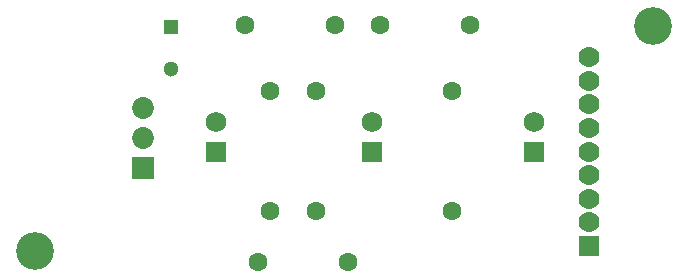
<source format=gbr>
%TF.GenerationSoftware,Altium Limited,Altium Designer,20.0.10 (225)*%
G04 Layer_Color=16711935*
%FSLAX26Y26*%
%MOIN*%
%TF.FileFunction,Soldermask,Bot*%
%TF.Part,Single*%
G01*
G75*
%TA.AperFunction,ComponentPad*%
%ADD14R,0.051181X0.051181*%
%ADD15C,0.051181*%
%ADD25C,0.063118*%
%ADD26C,0.072961*%
%ADD27R,0.072961X0.072961*%
%ADD28R,0.069024X0.069024*%
%ADD29C,0.069024*%
%TA.AperFunction,ViaPad*%
%ADD30C,0.069811*%
%ADD31R,0.069811X0.069811*%
%ADD32C,0.126110*%
D14*
X3219000Y4876000D02*
D03*
D15*
Y4738205D02*
D03*
D25*
X3465000Y4883000D02*
D03*
X3765000D02*
D03*
X4155000Y4664000D02*
D03*
Y4264000D02*
D03*
X3913000Y4883000D02*
D03*
X4213000D02*
D03*
X3508000Y4094000D02*
D03*
X3808000D02*
D03*
X3546000Y4664000D02*
D03*
Y4264000D02*
D03*
X3702000Y4664000D02*
D03*
Y4264000D02*
D03*
D26*
X3123000Y4605472D02*
D03*
Y4505472D02*
D03*
D27*
Y4405472D02*
D03*
D28*
X3369197Y4461811D02*
D03*
X3888882D02*
D03*
X4427465D02*
D03*
D29*
X3369197Y4561811D02*
D03*
X3888882D02*
D03*
X4427465D02*
D03*
D30*
X4609370Y4776961D02*
D03*
Y4698220D02*
D03*
Y4619480D02*
D03*
Y4540740D02*
D03*
Y4462000D02*
D03*
Y4383260D02*
D03*
Y4304520D02*
D03*
Y4225779D02*
D03*
D31*
Y4147039D02*
D03*
D32*
X4825905Y4881890D02*
D03*
X2765378Y4129095D02*
D03*
%TF.MD5,1f4dfa37010b0c49ad5afade80aee0af*%
M02*

</source>
